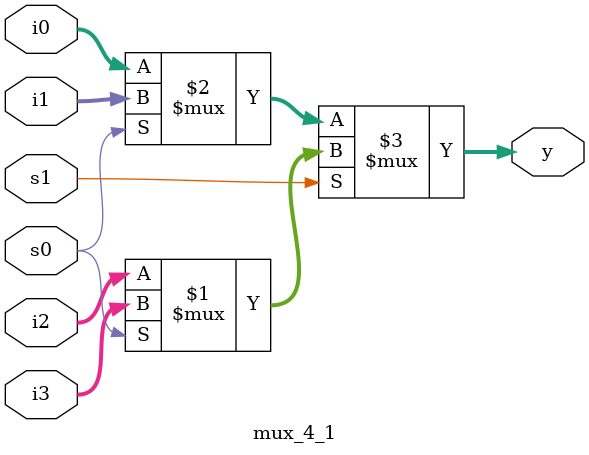
<source format=v>

module mux_4_1(i0, i1, i2, i3, s0, s1, y);
	input [3:0] i0, i1, i2, i3; //inputs
	input s0, s1; //Selection lines
	output [3:0] y; //Output

	assign y = s1? (s0? i3:i2) : (s0? i1:i0);
	
endmodule
</source>
